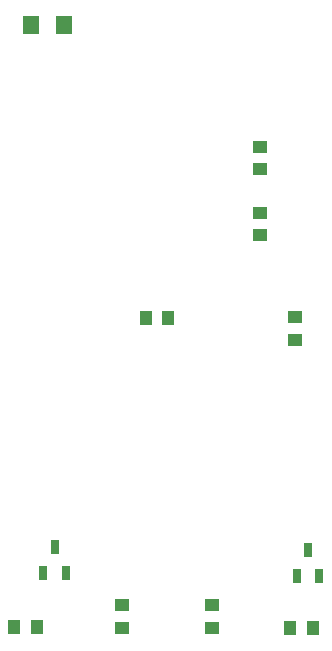
<source format=gbr>
G04 DipTrace 3.0.0.1*
G04 TopPaste.gbr*
%MOIN*%
G04 #@! TF.FileFunction,Paste,Top*
G04 #@! TF.Part,Single*
%ADD49R,0.031496X0.047244*%
%ADD59R,0.043307X0.051181*%
%ADD69R,0.055118X0.062992*%
%ADD71R,0.051181X0.043307*%
%FSLAX26Y26*%
G04*
G70*
G90*
G75*
G01*
G04 TopPaste*
%LPD*%
D71*
X2297244Y2478740D3*
Y2403937D3*
Y2184252D3*
Y2259055D3*
D69*
X1533071Y2885827D3*
X1643307D3*
D59*
X1477953Y876772D3*
X1552756D3*
X2472047Y875197D3*
X2397244D3*
X1991339Y1906693D3*
X1916535D3*
D71*
X1837008Y949606D3*
Y874803D3*
X2414567Y1910630D3*
Y1835827D3*
X2135039Y949606D3*
Y874803D3*
D49*
X1574409Y1059055D3*
X1611811Y1145669D3*
X1649213Y1059055D3*
X2418898Y1049213D3*
X2456299Y1135827D3*
X2493701Y1049213D3*
M02*

</source>
